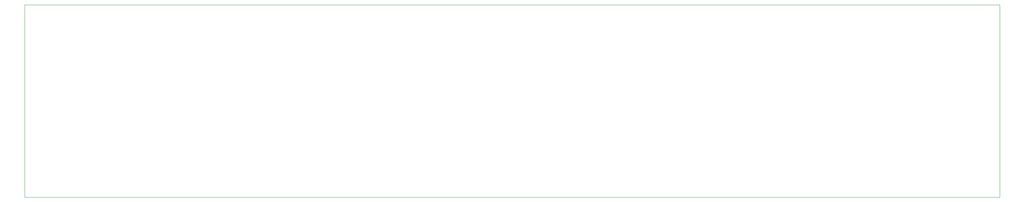
<source format=gm1>
G04 #@! TF.GenerationSoftware,KiCad,Pcbnew,(5.1.2)-2*
G04 #@! TF.CreationDate,2019-07-29T12:19:20-07:00*
G04 #@! TF.ProjectId,Pixel Connector Test Board,50697865-6c20-4436-9f6e-6e6563746f72,rev?*
G04 #@! TF.SameCoordinates,Original*
G04 #@! TF.FileFunction,Profile,NP*
%FSLAX46Y46*%
G04 Gerber Fmt 4.6, Leading zero omitted, Abs format (unit mm)*
G04 Created by KiCad (PCBNEW (5.1.2)-2) date 2019-07-29 12:19:20*
%MOMM*%
%LPD*%
G04 APERTURE LIST*
%ADD10C,0.050000*%
G04 APERTURE END LIST*
D10*
X253500000Y-59800000D02*
X227500000Y-59800000D01*
X54200000Y-59800000D02*
X227500000Y-59800000D01*
X253500000Y-12100000D02*
X253500000Y-59800000D01*
X54700000Y-12100000D02*
X253500000Y-12100000D01*
X12100000Y-36900000D02*
X12100000Y-59800000D01*
X12100000Y-12100000D02*
X54700000Y-12100000D01*
X12100000Y-59800000D02*
X54200000Y-59800000D01*
X12100000Y-12100000D02*
X12100000Y-36900000D01*
M02*

</source>
